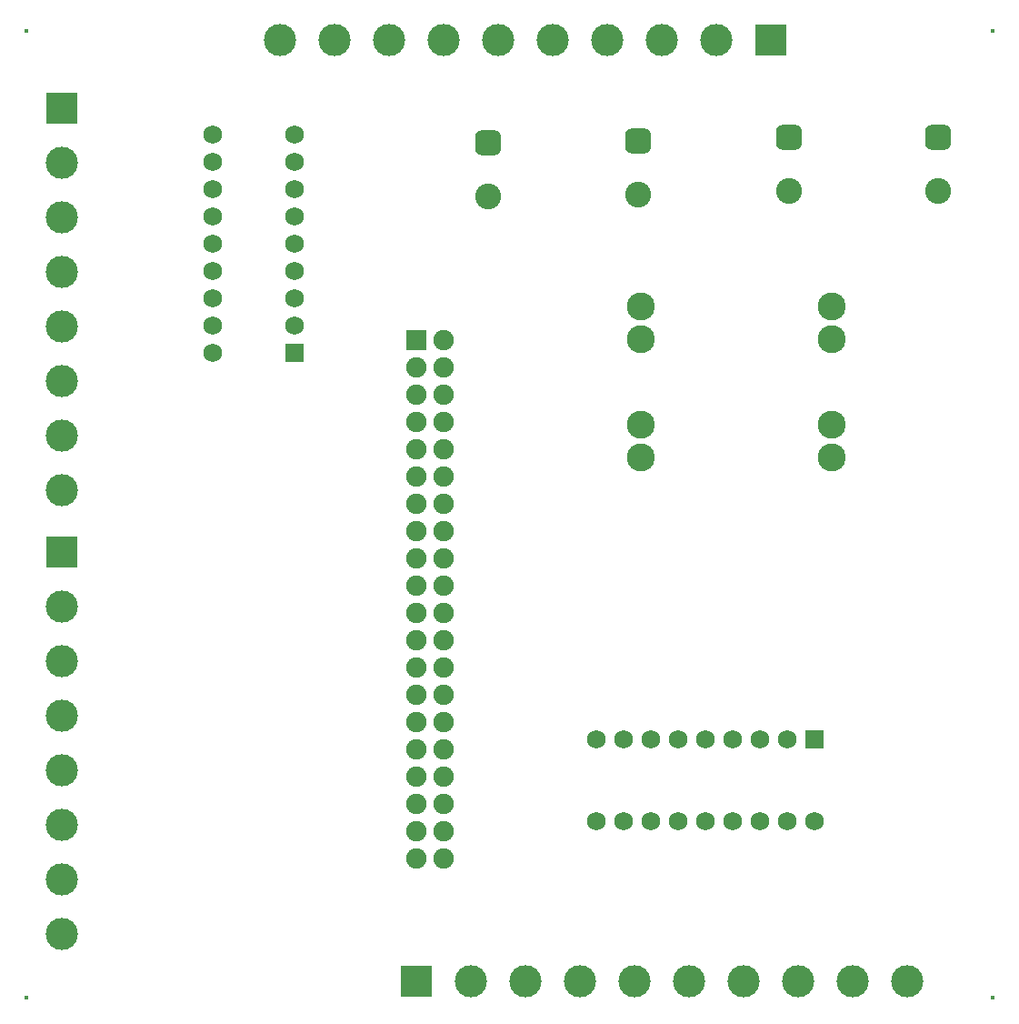
<source format=gbs>
G04 Layer_Color=16711935*
%FSLAX44Y44*%
%MOMM*%
G71*
G01*
G75*
%ADD51C,1.9003*%
%ADD52R,1.9003X1.9003*%
%ADD53R,2.9997X2.9997*%
%ADD54C,2.9997*%
%ADD55R,2.9997X2.9997*%
%ADD56C,2.6064*%
%ADD57C,0.4064*%
%ADD58R,1.7492X1.7492*%
%ADD59C,1.7492*%
G04:AMPARAMS|DCode=60|XSize=2.4064mm|YSize=2.4064mm|CornerRadius=0.7032mm|HoleSize=0mm|Usage=FLASHONLY|Rotation=270.000|XOffset=0mm|YOffset=0mm|HoleType=Round|Shape=RoundedRectangle|*
%AMROUNDEDRECTD60*
21,1,2.4064,1.0000,0,0,270.0*
21,1,1.0000,2.4064,0,0,270.0*
1,1,1.4064,-0.5000,-0.5000*
1,1,1.4064,-0.5000,0.5000*
1,1,1.4064,0.5000,0.5000*
1,1,1.4064,0.5000,-0.5000*
%
%ADD60ROUNDEDRECTD60*%
%ADD61C,2.4064*%
%ADD62R,1.7492X1.7492*%
D51*
X438150Y179150D02*
D03*
X412750D02*
D03*
X438150Y204550D02*
D03*
X412750D02*
D03*
X438150Y229950D02*
D03*
X412750D02*
D03*
X438150Y255350D02*
D03*
X412750D02*
D03*
X438150Y280750D02*
D03*
X412750D02*
D03*
X438150Y306150D02*
D03*
X412750D02*
D03*
X438150Y331550D02*
D03*
X412750D02*
D03*
X438150Y356950D02*
D03*
X412750D02*
D03*
X438150Y382350D02*
D03*
X412750D02*
D03*
X438150Y407750D02*
D03*
X412750D02*
D03*
X438150Y433150D02*
D03*
X412750D02*
D03*
X438150Y458550D02*
D03*
X412750D02*
D03*
X438150Y483950D02*
D03*
X412750D02*
D03*
X438150Y509350D02*
D03*
X412750D02*
D03*
X438150Y534750D02*
D03*
X412750D02*
D03*
X438150Y560150D02*
D03*
X412750D02*
D03*
X438150Y585550D02*
D03*
X412750D02*
D03*
X438150Y610950D02*
D03*
X412750D02*
D03*
X438150Y636350D02*
D03*
X412750D02*
D03*
X438150Y661750D02*
D03*
D52*
X412750D02*
D03*
D53*
X742950Y941150D02*
D03*
X412750Y64850D02*
D03*
D54*
X692150Y941150D02*
D03*
X641350D02*
D03*
X590550D02*
D03*
X539750D02*
D03*
X488950D02*
D03*
X438150D02*
D03*
X387350D02*
D03*
X336550D02*
D03*
X285750D02*
D03*
X869950Y64850D02*
D03*
X819150D02*
D03*
X768350D02*
D03*
X717550D02*
D03*
X666750D02*
D03*
X615950D02*
D03*
X565150D02*
D03*
X514350D02*
D03*
X463550D02*
D03*
X82550Y414100D02*
D03*
Y363300D02*
D03*
Y312500D02*
D03*
Y261700D02*
D03*
Y210900D02*
D03*
Y160100D02*
D03*
Y109300D02*
D03*
Y522050D02*
D03*
Y572850D02*
D03*
Y623650D02*
D03*
Y674450D02*
D03*
Y725250D02*
D03*
Y776050D02*
D03*
Y826850D02*
D03*
D55*
Y464900D02*
D03*
Y877650D02*
D03*
D56*
X622000Y693000D02*
D03*
Y663000D02*
D03*
Y583000D02*
D03*
Y553000D02*
D03*
X800000Y583000D02*
D03*
Y553000D02*
D03*
Y663000D02*
D03*
Y693000D02*
D03*
D57*
X950000Y50000D02*
D03*
X50000D02*
D03*
Y950000D02*
D03*
X950000D02*
D03*
D58*
X300100Y650400D02*
D03*
D59*
Y675800D02*
D03*
Y701200D02*
D03*
Y726600D02*
D03*
Y752000D02*
D03*
Y777400D02*
D03*
Y802800D02*
D03*
Y828200D02*
D03*
Y853600D02*
D03*
X223900D02*
D03*
Y828200D02*
D03*
Y802800D02*
D03*
Y777400D02*
D03*
Y752000D02*
D03*
Y726600D02*
D03*
Y701200D02*
D03*
Y675800D02*
D03*
Y650400D02*
D03*
X783600Y213900D02*
D03*
X758200D02*
D03*
X732800D02*
D03*
X707400D02*
D03*
X682000D02*
D03*
X656600D02*
D03*
X631200D02*
D03*
X605800D02*
D03*
X580400D02*
D03*
Y290100D02*
D03*
X605800D02*
D03*
X631200D02*
D03*
X656600D02*
D03*
X682000D02*
D03*
X707400D02*
D03*
X732800D02*
D03*
X758200D02*
D03*
D60*
X480000Y846000D02*
D03*
X620000Y847000D02*
D03*
X760000Y851000D02*
D03*
X899000D02*
D03*
D61*
X480000Y796000D02*
D03*
X620000Y797000D02*
D03*
X760000Y801000D02*
D03*
X899000D02*
D03*
D62*
X783600Y290100D02*
D03*
M02*

</source>
